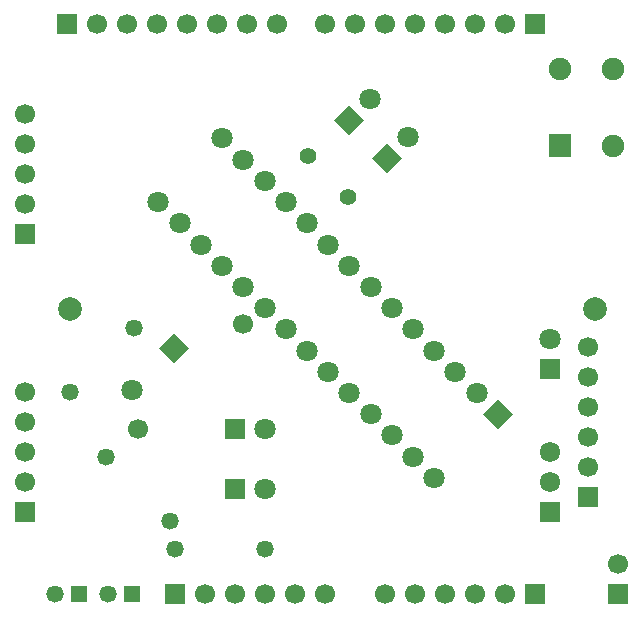
<source format=gbr>
G04 DipTrace 2.3.1.0*
%INBottomMaskNaninoLVL1-Danielv6.gbr*%
%MOMM*%
%ADD25C,1.7*%
%ADD29C,2.0*%
%ADD38C,1.419*%
%ADD40C,1.9*%
%ADD41C,1.47*%
%ADD43C,1.7*%
%ADD45C,1.724*%
%ADD47R,1.724X1.724*%
%ADD49R,1.47X1.47*%
%ADD51C,1.47*%
%ADD53R,1.8X1.8*%
%ADD55C,1.8*%
%ADD58R,1.7X1.7*%
%FSLAX53Y53*%
G04*
G71*
G90*
G75*
G01*
%LNBotMask*%
%LPD*%
D58*
X62070Y13810D3*
D25*
Y16350D3*
D55*
X44290Y52545D3*
G36*
X41221Y50749D2*
X42494Y52022D1*
X43767Y50749D1*
X42494Y49476D1*
X41221Y50749D1*
G37*
D55*
X41115Y55720D3*
G36*
X38046Y53924D2*
X39319Y55197D1*
X40592Y53924D1*
X39319Y52651D1*
X38046Y53924D1*
G37*
D55*
X32225Y22700D3*
D53*
X29685D3*
Y27780D3*
D55*
X32225D3*
X56355Y35400D3*
D53*
Y32860D3*
D55*
X20904Y31064D3*
G36*
X23223Y34656D2*
X24496Y35929D1*
X25769Y34656D1*
X24496Y33383D1*
X23223Y34656D1*
G37*
D51*
X18890Y13810D3*
D49*
X20930D3*
D51*
X14445D3*
D49*
X16485D3*
D29*
X60165Y37940D3*
X15715D3*
D58*
X15461Y62070D3*
D25*
X18001D3*
X20541D3*
X23081D3*
X25621D3*
X28161D3*
X30701D3*
X33241D3*
D58*
X55085D3*
D25*
X52545D3*
X50005D3*
X47465D3*
X44925D3*
X42385D3*
X39845D3*
X37305D3*
D58*
X24605Y13810D3*
D25*
X27145D3*
X29685D3*
X32225D3*
X34765D3*
X37305D3*
D58*
X55085D3*
D25*
X52545D3*
X50005D3*
X47465D3*
X44925D3*
X42385D3*
D58*
X59530Y22065D3*
D25*
Y24605D3*
Y27145D3*
Y29685D3*
Y32225D3*
Y34765D3*
D47*
X56355Y20795D3*
D45*
Y23335D3*
Y25875D3*
D43*
X21430Y27780D3*
X30320Y36670D3*
D51*
X32225Y17620D3*
D41*
X24605D3*
D51*
X15715Y30955D3*
D41*
X21103Y36343D3*
D51*
X18736Y25394D3*
D41*
X24124Y20006D3*
D40*
X57172Y58287D3*
X61672D3*
Y51787D3*
G36*
X58122Y50837D2*
Y52737D1*
X56222D1*
Y50837D1*
X58122D1*
G37*
G36*
X51910Y27777D2*
X50637Y29050D1*
X51910Y30323D1*
X53183Y29050D1*
X51910Y27777D1*
G37*
D55*
X50114Y30846D3*
X48318Y32642D3*
X46522Y34438D3*
X44726Y36234D3*
X42930Y38030D3*
X41134Y39826D3*
X39338Y41622D3*
X37542Y43418D3*
X35746Y45214D3*
X33949Y47011D3*
X32153Y48807D3*
X30357Y50603D3*
X28561Y52399D3*
X23173Y47011D3*
X24969Y45214D3*
X26765Y43418D3*
X28561Y41622D3*
X30357Y39826D3*
X32153Y38030D3*
X33949Y36234D3*
X35746Y34438D3*
X37542Y32642D3*
X39338Y30846D3*
X41134Y29050D3*
X42930Y27254D3*
X44726Y25458D3*
X46522Y23662D3*
D38*
X39210Y47465D3*
X35798Y50877D3*
D58*
X11905Y44290D3*
D25*
Y46830D3*
Y49370D3*
Y51910D3*
Y54450D3*
D58*
Y20795D3*
D25*
Y23335D3*
Y25875D3*
Y28415D3*
Y30955D3*
M02*

</source>
